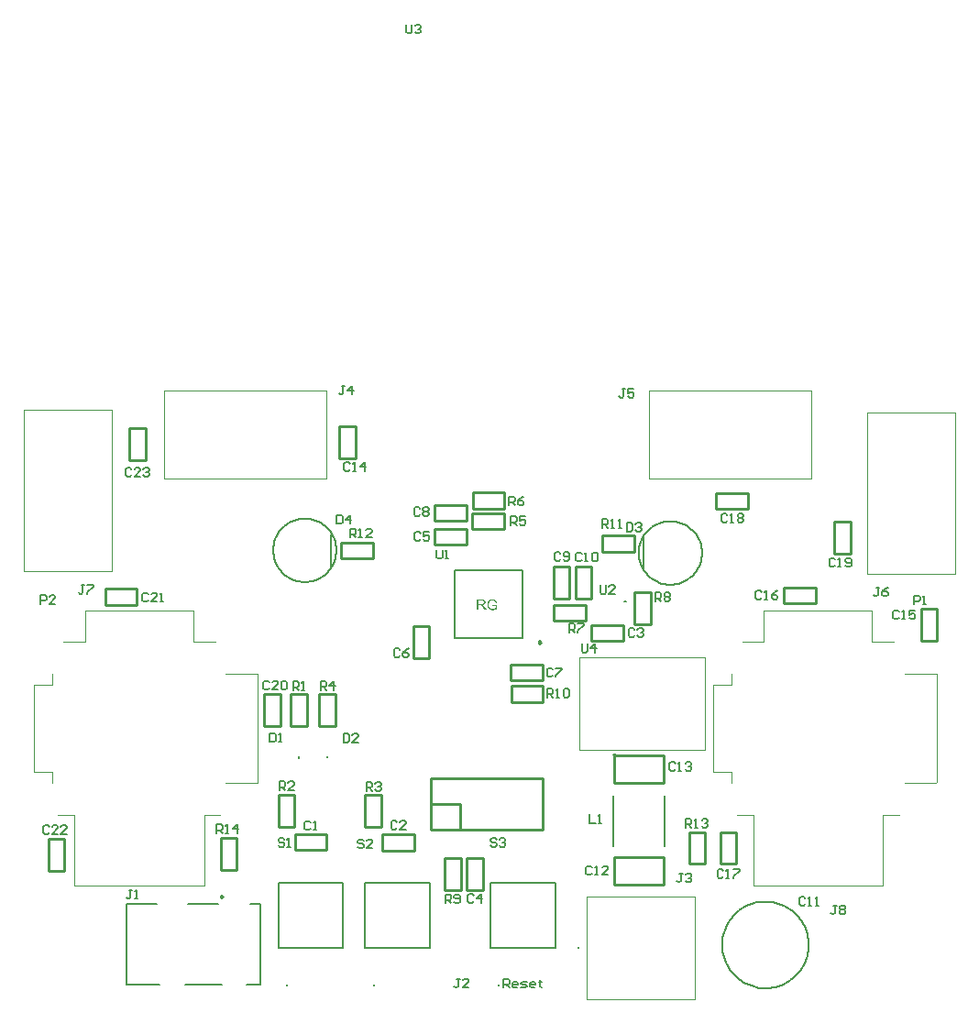
<source format=gto>
G04*
G04 #@! TF.GenerationSoftware,Altium Limited,Altium Designer,24.2.2 (26)*
G04*
G04 Layer_Color=65535*
%FSLAX25Y25*%
%MOIN*%
G70*
G04*
G04 #@! TF.SameCoordinates,AF2FB041-FD52-4B01-B4D8-7A83CE53158D*
G04*
G04*
G04 #@! TF.FilePolarity,Positive*
G04*
G01*
G75*
%ADD10C,0.00984*%
%ADD11C,0.00787*%
%ADD12C,0.00787*%
%ADD13C,0.00945*%
%ADD14C,0.00591*%
%ADD15C,0.01000*%
%ADD16C,0.00394*%
%ADD17C,0.00500*%
G36*
X389057Y295937D02*
X389102D01*
X389207Y295926D01*
X389324Y295910D01*
X389446Y295882D01*
X389579Y295848D01*
X389707Y295804D01*
X389712D01*
X389723Y295799D01*
X389740Y295793D01*
X389762Y295782D01*
X389823Y295749D01*
X389901Y295710D01*
X389984Y295654D01*
X390073Y295588D01*
X390156Y295515D01*
X390234Y295427D01*
X390245Y295416D01*
X390267Y295382D01*
X390301Y295332D01*
X390345Y295260D01*
X390389Y295171D01*
X390439Y295060D01*
X390489Y294938D01*
X390528Y294800D01*
X390068Y294677D01*
Y294683D01*
X390062Y294689D01*
X390056Y294705D01*
X390051Y294727D01*
X390034Y294777D01*
X390012Y294844D01*
X389979Y294922D01*
X389940Y294994D01*
X389901Y295072D01*
X389851Y295138D01*
X389846Y295144D01*
X389829Y295166D01*
X389796Y295194D01*
X389757Y295233D01*
X389707Y295277D01*
X389640Y295321D01*
X389568Y295366D01*
X389485Y295405D01*
X389474Y295410D01*
X389446Y295421D01*
X389396Y295438D01*
X389329Y295460D01*
X389252Y295477D01*
X389163Y295493D01*
X389063Y295504D01*
X388958Y295510D01*
X388896D01*
X388869Y295504D01*
X388836D01*
X388752Y295499D01*
X388658Y295482D01*
X388552Y295466D01*
X388453Y295438D01*
X388353Y295399D01*
X388341Y295393D01*
X388308Y295382D01*
X388264Y295355D01*
X388208Y295327D01*
X388142Y295283D01*
X388070Y295238D01*
X388003Y295182D01*
X387942Y295122D01*
X387936Y295116D01*
X387914Y295094D01*
X387886Y295055D01*
X387853Y295010D01*
X387814Y294955D01*
X387775Y294888D01*
X387737Y294816D01*
X387698Y294739D01*
Y294733D01*
X387692Y294722D01*
X387687Y294705D01*
X387675Y294677D01*
X387664Y294644D01*
X387653Y294605D01*
X387637Y294561D01*
X387626Y294511D01*
X387598Y294394D01*
X387576Y294261D01*
X387559Y294123D01*
X387553Y293967D01*
Y293962D01*
Y293945D01*
Y293917D01*
X387559Y293884D01*
Y293839D01*
X387564Y293784D01*
X387570Y293728D01*
X387576Y293667D01*
X387598Y293529D01*
X387626Y293384D01*
X387670Y293240D01*
X387725Y293101D01*
Y293096D01*
X387737Y293085D01*
X387742Y293068D01*
X387759Y293046D01*
X387798Y292985D01*
X387859Y292907D01*
X387931Y292824D01*
X388020Y292741D01*
X388125Y292663D01*
X388242Y292591D01*
X388247D01*
X388258Y292585D01*
X388275Y292574D01*
X388303Y292563D01*
X388330Y292552D01*
X388369Y292541D01*
X388458Y292508D01*
X388569Y292480D01*
X388691Y292452D01*
X388824Y292430D01*
X388963Y292424D01*
X389019D01*
X389052Y292430D01*
X389085D01*
X389169Y292441D01*
X389268Y292452D01*
X389374Y292474D01*
X389490Y292508D01*
X389607Y292546D01*
X389613D01*
X389624Y292552D01*
X389635Y292557D01*
X389657Y292568D01*
X389718Y292596D01*
X389785Y292630D01*
X389862Y292668D01*
X389946Y292713D01*
X390023Y292763D01*
X390090Y292818D01*
Y293540D01*
X388958D01*
Y293995D01*
X390589D01*
Y292568D01*
X390584Y292563D01*
X390573Y292557D01*
X390550Y292541D01*
X390523Y292519D01*
X390489Y292496D01*
X390451Y292469D01*
X390401Y292435D01*
X390351Y292402D01*
X390234Y292330D01*
X390101Y292252D01*
X389962Y292180D01*
X389812Y292119D01*
X389807D01*
X389796Y292113D01*
X389773Y292108D01*
X389746Y292097D01*
X389707Y292086D01*
X389662Y292069D01*
X389613Y292058D01*
X389563Y292047D01*
X389440Y292019D01*
X389302Y291991D01*
X389152Y291975D01*
X388996Y291969D01*
X388941D01*
X388902Y291975D01*
X388852D01*
X388791Y291980D01*
X388724Y291991D01*
X388652Y291997D01*
X388491Y292030D01*
X388319Y292069D01*
X388142Y292130D01*
X388053Y292163D01*
X387964Y292208D01*
X387959Y292213D01*
X387942Y292219D01*
X387920Y292235D01*
X387886Y292252D01*
X387848Y292280D01*
X387809Y292308D01*
X387703Y292385D01*
X387592Y292485D01*
X387476Y292607D01*
X387365Y292746D01*
X387265Y292907D01*
Y292913D01*
X387254Y292929D01*
X387243Y292951D01*
X387226Y292990D01*
X387209Y293029D01*
X387193Y293085D01*
X387171Y293140D01*
X387148Y293207D01*
X387126Y293279D01*
X387104Y293362D01*
X387087Y293445D01*
X387071Y293534D01*
X387043Y293728D01*
X387032Y293934D01*
Y293939D01*
Y293962D01*
Y293989D01*
X387037Y294028D01*
Y294078D01*
X387043Y294139D01*
X387054Y294200D01*
X387059Y294272D01*
X387076Y294350D01*
X387087Y294433D01*
X387132Y294611D01*
X387187Y294794D01*
X387265Y294977D01*
X387270Y294983D01*
X387276Y294999D01*
X387287Y295022D01*
X387309Y295055D01*
X387331Y295099D01*
X387359Y295144D01*
X387437Y295249D01*
X387531Y295371D01*
X387648Y295488D01*
X387781Y295604D01*
X387859Y295654D01*
X387936Y295704D01*
X387942Y295710D01*
X387959Y295715D01*
X387981Y295726D01*
X388014Y295743D01*
X388058Y295760D01*
X388108Y295782D01*
X388164Y295804D01*
X388230Y295826D01*
X388303Y295848D01*
X388380Y295865D01*
X388464Y295887D01*
X388552Y295904D01*
X388747Y295932D01*
X388847Y295943D01*
X389024D01*
X389057Y295937D01*
D02*
G37*
G36*
X385122Y295871D02*
X385173D01*
X385289Y295865D01*
X385411Y295848D01*
X385544Y295832D01*
X385666Y295804D01*
X385728Y295788D01*
X385777Y295771D01*
X385783D01*
X385788Y295765D01*
X385822Y295749D01*
X385872Y295726D01*
X385933Y295688D01*
X385999Y295638D01*
X386072Y295571D01*
X386138Y295493D01*
X386205Y295405D01*
Y295399D01*
X386210Y295393D01*
X386232Y295360D01*
X386255Y295305D01*
X386288Y295233D01*
X386316Y295149D01*
X386344Y295049D01*
X386360Y294944D01*
X386366Y294827D01*
Y294822D01*
Y294811D01*
Y294789D01*
X386360Y294761D01*
Y294722D01*
X386355Y294683D01*
X386332Y294589D01*
X386299Y294478D01*
X386255Y294361D01*
X386188Y294245D01*
X386144Y294189D01*
X386099Y294134D01*
X386094Y294128D01*
X386088Y294123D01*
X386072Y294106D01*
X386049Y294089D01*
X386022Y294067D01*
X385988Y294045D01*
X385944Y294017D01*
X385899Y293984D01*
X385844Y293956D01*
X385783Y293928D01*
X385716Y293895D01*
X385644Y293867D01*
X385561Y293845D01*
X385478Y293817D01*
X385383Y293801D01*
X385283Y293784D01*
X385295Y293778D01*
X385317Y293767D01*
X385350Y293745D01*
X385395Y293723D01*
X385494Y293662D01*
X385544Y293623D01*
X385589Y293590D01*
X385600Y293579D01*
X385628Y293551D01*
X385672Y293506D01*
X385728Y293451D01*
X385788Y293373D01*
X385861Y293290D01*
X385933Y293190D01*
X386011Y293079D01*
X386671Y292036D01*
X386038D01*
X385533Y292835D01*
Y292841D01*
X385522Y292851D01*
X385511Y292868D01*
X385494Y292890D01*
X385455Y292951D01*
X385406Y293029D01*
X385345Y293112D01*
X385283Y293201D01*
X385222Y293285D01*
X385167Y293362D01*
X385161Y293368D01*
X385145Y293390D01*
X385117Y293423D01*
X385078Y293462D01*
X384995Y293545D01*
X384950Y293584D01*
X384906Y293618D01*
X384900Y293623D01*
X384889Y293629D01*
X384867Y293640D01*
X384834Y293656D01*
X384801Y293673D01*
X384762Y293690D01*
X384673Y293717D01*
X384667D01*
X384656Y293723D01*
X384634D01*
X384606Y293728D01*
X384567Y293734D01*
X384523D01*
X384462Y293740D01*
X383807D01*
Y292036D01*
X383297D01*
Y295876D01*
X385078D01*
X385122Y295871D01*
D02*
G37*
%LPC*%
G36*
X385017Y295449D02*
X383807D01*
Y294178D01*
X384950D01*
X385017Y294184D01*
X385095Y294189D01*
X385184Y294195D01*
X385272Y294206D01*
X385361Y294222D01*
X385439Y294245D01*
X385450Y294250D01*
X385472Y294261D01*
X385506Y294278D01*
X385550Y294300D01*
X385600Y294333D01*
X385650Y294372D01*
X385700Y294422D01*
X385739Y294478D01*
X385744Y294483D01*
X385755Y294506D01*
X385772Y294539D01*
X385794Y294583D01*
X385811Y294633D01*
X385827Y294689D01*
X385839Y294755D01*
X385844Y294822D01*
Y294827D01*
Y294833D01*
X385839Y294866D01*
X385833Y294916D01*
X385822Y294983D01*
X385794Y295049D01*
X385761Y295127D01*
X385711Y295199D01*
X385644Y295271D01*
X385633Y295277D01*
X385605Y295299D01*
X385561Y295327D01*
X385489Y295360D01*
X385406Y295393D01*
X385295Y295421D01*
X385167Y295443D01*
X385017Y295449D01*
D02*
G37*
%LPD*%
D10*
X406598Y280327D02*
X405860Y280753D01*
Y279901D01*
X406598Y280327D01*
D11*
X437453Y295137D02*
X436665D01*
X437453D01*
X328761Y238374D02*
Y238768D01*
Y238374D01*
Y238768D01*
X318484Y238340D02*
Y238734D01*
Y238340D01*
Y238734D01*
X433664Y239380D02*
X432877D01*
X433664D01*
X503937Y170276D02*
X503905Y171274D01*
X503810Y172269D01*
X503652Y173256D01*
X503432Y174231D01*
X503151Y175189D01*
X502809Y176128D01*
X502408Y177044D01*
X501950Y177932D01*
X501437Y178790D01*
X500870Y179613D01*
X500253Y180398D01*
X499586Y181143D01*
X498874Y181844D01*
X498119Y182498D01*
X497324Y183104D01*
X496492Y183657D01*
X495626Y184157D01*
X494731Y184600D01*
X493809Y184987D01*
X492865Y185313D01*
X491902Y185580D01*
X490924Y185784D01*
X489934Y185927D01*
X488938Y186006D01*
X487939Y186022D01*
X486941Y185974D01*
X485948Y185863D01*
X484964Y185690D01*
X483993Y185454D01*
X483038Y185158D01*
X482105Y184801D01*
X481196Y184386D01*
X480315Y183914D01*
X479466Y183387D01*
X478652Y182807D01*
X477876Y182177D01*
X477142Y181499D01*
X476452Y180776D01*
X475810Y180010D01*
X475218Y179206D01*
X474677Y178365D01*
X474192Y177492D01*
X473762Y176590D01*
X473391Y175662D01*
X473079Y174712D01*
X472828Y173745D01*
X472639Y172764D01*
X472512Y171773D01*
X472449Y170775D01*
Y169776D01*
X472512Y168779D01*
X472639Y167787D01*
X472828Y166806D01*
X473079Y165839D01*
X473391Y164889D01*
X473762Y163962D01*
X474192Y163059D01*
X474677Y162186D01*
X475218Y161346D01*
X475810Y160541D01*
X476452Y159775D01*
X477142Y159052D01*
X477876Y158374D01*
X478652Y157744D01*
X479466Y157164D01*
X480315Y156637D01*
X481196Y156165D01*
X482105Y155750D01*
X483038Y155394D01*
X483993Y155097D01*
X484964Y154861D01*
X485948Y154688D01*
X486941Y154577D01*
X487939Y154530D01*
X488938Y154545D01*
X489934Y154625D01*
X490924Y154767D01*
X491902Y154972D01*
X492865Y155238D01*
X493809Y155565D01*
X494731Y155951D01*
X495626Y156394D01*
X496492Y156894D01*
X497324Y157448D01*
X498119Y158053D01*
X498874Y158707D01*
X499586Y159408D01*
X500253Y160153D01*
X500870Y160938D01*
X501437Y161761D01*
X501950Y162619D01*
X502408Y163507D01*
X502809Y164423D01*
X503151Y165362D01*
X503432Y166320D01*
X503652Y167295D01*
X503810Y168282D01*
X503905Y169277D01*
X503937Y170275D01*
X375102Y281705D02*
X399905D01*
X375102D02*
Y306508D01*
X399905D01*
Y281705D02*
Y306508D01*
X342520Y169291D02*
X366142D01*
X342520D02*
Y192913D01*
X366142D01*
Y169291D02*
Y192913D01*
X443977Y307032D02*
Y318538D01*
X330257Y308018D02*
Y319524D01*
X388045Y169291D02*
X411667D01*
X388045D02*
Y192913D01*
X411667D01*
Y169291D02*
Y192913D01*
X311024Y169291D02*
X334646D01*
X311024D02*
Y192913D01*
X334646D01*
Y169291D02*
Y192913D01*
D12*
X345677Y155358D02*
D03*
X420079Y169291D02*
D03*
X391203Y155358D02*
D03*
X314181D02*
D03*
D13*
X290754Y187769D02*
X290046Y188178D01*
Y187360D01*
X290754Y187769D01*
D14*
X465081Y312785D02*
X465037Y313788D01*
X464907Y314783D01*
X464689Y315763D01*
X464387Y316721D01*
X464003Y317648D01*
X463540Y318538D01*
X463000Y319385D01*
X462389Y320181D01*
X461711Y320921D01*
X460971Y321600D01*
X460175Y322211D01*
X459328Y322750D01*
X458438Y323213D01*
X457511Y323597D01*
X456553Y323899D01*
X455573Y324116D01*
X454578Y324248D01*
X453575Y324291D01*
X452572Y324248D01*
X451577Y324116D01*
X450597Y323899D01*
X449640Y323597D01*
X448713Y323213D01*
X447822Y322750D01*
X446976Y322211D01*
X446179Y321600D01*
X445439Y320921D01*
X444761Y320181D01*
X444150Y319385D01*
X443611Y318538D01*
X443148Y317648D01*
X442763Y316721D01*
X442461Y315763D01*
X442244Y314783D01*
X442113Y313788D01*
X442069Y312785D01*
X442113Y311783D01*
X442244Y310787D01*
X442461Y309807D01*
X442763Y308850D01*
X443148Y307923D01*
X443611Y307032D01*
X444150Y306186D01*
X444761Y305390D01*
X445439Y304649D01*
X446179Y303971D01*
X446976Y303360D01*
X447822Y302821D01*
X448713Y302358D01*
X449640Y301973D01*
X450597Y301672D01*
X451577Y301454D01*
X452572Y301323D01*
X453575Y301279D01*
X454578Y301323D01*
X455573Y301454D01*
X456553Y301672D01*
X457511Y301973D01*
X458438Y302358D01*
X459328Y302821D01*
X460175Y303360D01*
X460971Y303971D01*
X461711Y304649D01*
X462389Y305390D01*
X463000Y306186D01*
X463540Y307032D01*
X464003Y307923D01*
X464387Y308850D01*
X464689Y309807D01*
X464907Y310787D01*
X465037Y311783D01*
X465081Y312785D01*
X332165Y313771D02*
X332121Y314774D01*
X331990Y315769D01*
X331773Y316749D01*
X331471Y317706D01*
X331087Y318633D01*
X330623Y319524D01*
X330084Y320370D01*
X329473Y321167D01*
X328795Y321907D01*
X328055Y322585D01*
X327258Y323196D01*
X326412Y323735D01*
X325521Y324199D01*
X324594Y324583D01*
X323637Y324885D01*
X322657Y325102D01*
X321662Y325233D01*
X320659Y325277D01*
X319656Y325233D01*
X318661Y325102D01*
X317681Y324885D01*
X316723Y324583D01*
X315796Y324199D01*
X314906Y323735D01*
X314059Y323196D01*
X313263Y322585D01*
X312523Y321907D01*
X311845Y321167D01*
X311234Y320370D01*
X310694Y319524D01*
X310231Y318633D01*
X309847Y317706D01*
X309545Y316749D01*
X309328Y315769D01*
X309197Y314774D01*
X309153Y313771D01*
X309197Y312768D01*
X309328Y311773D01*
X309545Y310793D01*
X309847Y309836D01*
X310231Y308908D01*
X310694Y308018D01*
X311234Y307171D01*
X311845Y306375D01*
X312523Y305635D01*
X313263Y304957D01*
X314059Y304346D01*
X314906Y303806D01*
X315796Y303343D01*
X316723Y302959D01*
X317681Y302657D01*
X318661Y302440D01*
X319656Y302309D01*
X320659Y302265D01*
X321662Y302309D01*
X322657Y302440D01*
X323637Y302657D01*
X324594Y302959D01*
X325521Y303343D01*
X326412Y303806D01*
X327258Y304346D01*
X328055Y304957D01*
X328795Y305635D01*
X329473Y306375D01*
X330084Y307171D01*
X330623Y308018D01*
X331087Y308908D01*
X331471Y309836D01*
X331773Y310793D01*
X331990Y311773D01*
X332121Y312768D01*
X332165Y313771D01*
D15*
X381613Y321509D02*
Y327309D01*
Y321509D02*
X393213D01*
Y327309D01*
X381613D02*
X393213D01*
X393300Y328990D02*
Y334790D01*
X381700D02*
X393300D01*
X381700Y328990D02*
Y334790D01*
Y328990D02*
X393300D01*
X407273Y258600D02*
Y264400D01*
X395673D02*
X407273D01*
X395673Y258600D02*
Y264400D01*
Y258600D02*
X407273D01*
X371610Y190281D02*
X377411D01*
Y201881D01*
X371610D02*
X377411D01*
X371610Y190281D02*
Y201881D01*
X379658D02*
X385458D01*
X379658Y190281D02*
Y201881D01*
Y190281D02*
X385458D01*
Y201881D01*
X419178Y296220D02*
X424978D01*
Y307820D01*
X419178D02*
X424978D01*
X419178Y296220D02*
Y307820D01*
X411172Y296349D02*
X416972D01*
Y307949D01*
X411172D02*
X416972D01*
X411172Y296349D02*
Y307949D01*
X379439Y324421D02*
Y330221D01*
X367839D02*
X379439D01*
X367839Y324421D02*
Y330221D01*
Y324421D02*
X379439D01*
X379385Y315790D02*
Y321590D01*
X367785D02*
X379385D01*
X367785Y315790D02*
Y321590D01*
Y315790D02*
X379385D01*
X395641Y266502D02*
Y272302D01*
Y266502D02*
X407241D01*
Y272302D01*
X395641D02*
X407241D01*
X360068Y286121D02*
X365868D01*
X360068Y274521D02*
Y286121D01*
Y274521D02*
X365868D01*
Y286121D01*
X377251Y212500D02*
Y221555D01*
X366522D02*
X377251D01*
X366522Y212205D02*
Y230906D01*
Y212205D02*
X407270D01*
Y230906D01*
X366522D02*
X407270D01*
X436560Y280830D02*
Y286630D01*
X424960D02*
X436560D01*
X424960Y280830D02*
Y286630D01*
Y280830D02*
X436560D01*
X440556Y298574D02*
X446356D01*
X440556Y286975D02*
Y298574D01*
Y286975D02*
X446356D01*
Y298574D01*
X411159Y288030D02*
Y293830D01*
Y288030D02*
X422759D01*
Y293830D01*
X411159D02*
X422759D01*
X311130Y224863D02*
X316930D01*
X311130Y213263D02*
Y224863D01*
Y213263D02*
X316930D01*
Y224863D01*
X342626D02*
X348426D01*
X342626Y213263D02*
Y224863D01*
Y213263D02*
X348426D01*
Y224863D01*
X348797Y204630D02*
Y210430D01*
Y204630D02*
X360398D01*
Y210430D01*
X348797D02*
X360398D01*
X317055Y204876D02*
Y210676D01*
Y204876D02*
X328655D01*
Y210676D01*
X317055D02*
X328655D01*
X315584Y261383D02*
X321384D01*
X315584Y249783D02*
Y261383D01*
Y249783D02*
X321384D01*
Y261383D01*
X325912D02*
X331713D01*
X325912Y249783D02*
Y261383D01*
Y249783D02*
X331713D01*
Y261383D01*
X451232Y192175D02*
Y202175D01*
X433232D02*
X451232D01*
X433232Y192175D02*
Y202175D01*
Y192175D02*
X451232D01*
X345512Y310874D02*
Y316674D01*
X333911D02*
X345512D01*
X333911Y310874D02*
Y316674D01*
Y310874D02*
X345512D01*
X433270Y229330D02*
Y239330D01*
Y229330D02*
X451270D01*
Y239330D01*
X433270D02*
X451270D01*
X290012Y197653D02*
X295812D01*
Y209253D01*
X290012D02*
X295812D01*
X290012Y197653D02*
Y209253D01*
X227366Y208903D02*
X233166D01*
X227366Y197302D02*
Y208903D01*
Y197302D02*
X233166D01*
Y208903D01*
X305901Y261383D02*
X311701D01*
X305901Y249783D02*
Y261383D01*
Y249783D02*
X311701D01*
Y261383D01*
X248039Y293950D02*
Y299750D01*
Y293950D02*
X259639D01*
Y299750D01*
X248039D02*
X259639D01*
X544711Y280812D02*
X550511D01*
Y292412D01*
X544711D02*
X550511D01*
X544711Y280812D02*
Y292412D01*
X494758Y294450D02*
Y300250D01*
Y294450D02*
X506358D01*
Y300250D01*
X494758D02*
X506358D01*
X460334Y199744D02*
X466134D01*
Y211344D01*
X460334D02*
X466134D01*
X460334Y199744D02*
Y211344D01*
X471796D02*
X477596D01*
X471796Y199744D02*
Y211344D01*
Y199744D02*
X477596D01*
Y211344D01*
X513280Y312487D02*
X519080D01*
Y324087D01*
X513280D02*
X519080D01*
X513280Y312487D02*
Y324087D01*
X481909Y328873D02*
Y334673D01*
X470309D02*
X481909D01*
X470309Y328873D02*
Y334673D01*
Y328873D02*
X481909D01*
X256943Y358162D02*
X262742D01*
X256943Y346562D02*
Y358162D01*
Y346562D02*
X262742D01*
Y358162D01*
X333320Y358950D02*
X339121D01*
X333320Y347350D02*
Y358950D01*
Y347350D02*
X339121D01*
Y358950D01*
X428846Y313242D02*
Y319042D01*
Y313242D02*
X440446D01*
Y319042D01*
X428846D02*
X440446D01*
D16*
X280118Y280512D02*
X287992D01*
X280118D02*
Y291929D01*
X240748D02*
X280118D01*
X240748Y280512D02*
Y291929D01*
X232874Y280512D02*
X240748D01*
X228937Y229331D02*
Y233268D01*
X222244D02*
X228937D01*
X222244D02*
Y264764D01*
X228937D01*
Y268701D01*
X284055Y217520D02*
X289961D01*
X284055Y191929D02*
Y217520D01*
X236811Y191929D02*
X284055D01*
X236811D02*
Y217520D01*
X230906D02*
X236811D01*
X303500Y229366D02*
Y268736D01*
X291929Y268701D02*
X303346D01*
X291929Y229331D02*
X303346D01*
X420436Y274813D02*
X466105D01*
Y241348D02*
Y274813D01*
X420436Y241348D02*
X466105D01*
X420436D02*
Y274813D01*
X423228Y150591D02*
Y187992D01*
Y150591D02*
X462598D01*
Y187992D01*
X423228D02*
X462598D01*
X526968Y280512D02*
X534842D01*
X526968D02*
Y291929D01*
X487598D02*
X526968D01*
X487598Y280512D02*
Y291929D01*
X479724Y280512D02*
X487598D01*
X475787Y229331D02*
Y233268D01*
X469095D02*
X475787D01*
X469095D02*
Y264764D01*
X475787D01*
Y268701D01*
X530905Y217520D02*
X536811D01*
X530905Y191929D02*
Y217520D01*
X483661Y191929D02*
X530905D01*
X483661D02*
Y217520D01*
X477756D02*
X483661D01*
X550350Y229366D02*
Y268736D01*
X538779Y268701D02*
X550197D01*
X538779Y229331D02*
X550197D01*
X445908Y339764D02*
X504766D01*
X445908D02*
Y371850D01*
X504766D01*
Y339764D02*
Y371850D01*
X525197Y305118D02*
Y363976D01*
X557283D01*
Y305118D02*
Y363976D01*
X525197Y305118D02*
X557283D01*
X250590Y306103D02*
Y364962D01*
X218504Y306103D02*
X250590D01*
X218504D02*
Y364962D01*
X250590D01*
X269468Y339764D02*
X328326D01*
X269468D02*
Y371850D01*
X328326D01*
Y339764D02*
Y371850D01*
D17*
X299534Y155843D02*
X304337D01*
X277290D02*
X290479D01*
X255754D02*
X267841D01*
X304337D02*
Y185197D01*
X255754D02*
X266857D01*
X278077D02*
X289298D01*
X300715D02*
X304337D01*
X255754Y155843D02*
Y185197D01*
X451391Y206024D02*
Y224549D01*
X432961Y206071D02*
Y224549D01*
X392920Y154706D02*
Y157905D01*
X394520D01*
X395053Y157372D01*
Y156306D01*
X394520Y155773D01*
X392920D01*
X393987D02*
X395053Y154706D01*
X397719D02*
X396653D01*
X396119Y155239D01*
Y156306D01*
X396653Y156839D01*
X397719D01*
X398252Y156306D01*
Y155773D01*
X396119D01*
X399318Y154706D02*
X400918D01*
X401451Y155239D01*
X400918Y155773D01*
X399851D01*
X399318Y156306D01*
X399851Y156839D01*
X401451D01*
X404117Y154706D02*
X403051D01*
X402517Y155239D01*
Y156306D01*
X403051Y156839D01*
X404117D01*
X404650Y156306D01*
Y155773D01*
X402517D01*
X406249Y157372D02*
Y156839D01*
X405716D01*
X406783D01*
X406249D01*
Y155239D01*
X406783Y154706D01*
X514034Y184671D02*
X512967D01*
X513500D01*
Y182004D01*
X512967Y181471D01*
X512434D01*
X511901Y182004D01*
X515100Y184137D02*
X515633Y184671D01*
X516700D01*
X517233Y184137D01*
Y183604D01*
X516700Y183071D01*
X517233Y182538D01*
Y182004D01*
X516700Y181471D01*
X515633D01*
X515100Y182004D01*
Y182538D01*
X515633Y183071D01*
X515100Y183604D01*
Y184137D01*
X515633Y183071D02*
X516700D01*
X334668Y247213D02*
Y244014D01*
X336268D01*
X336801Y244547D01*
Y246680D01*
X336268Y247213D01*
X334668D01*
X340000Y244014D02*
X337867D01*
X340000Y246147D01*
Y246680D01*
X339467Y247213D01*
X338401D01*
X337867Y246680D01*
X307927Y247310D02*
Y244111D01*
X309526D01*
X310059Y244644D01*
Y246777D01*
X309526Y247310D01*
X307927D01*
X311125Y244111D02*
X312192D01*
X311659D01*
Y247310D01*
X311125Y246777D01*
X421344Y279700D02*
Y277034D01*
X421877Y276501D01*
X422943D01*
X423476Y277034D01*
Y279700D01*
X426142Y276501D02*
Y279700D01*
X424543Y278100D01*
X426675D01*
X357500Y504899D02*
Y502233D01*
X358033Y501700D01*
X359100D01*
X359633Y502233D01*
Y504899D01*
X360699Y504366D02*
X361232Y504899D01*
X362298D01*
X362832Y504366D01*
Y503833D01*
X362298Y503300D01*
X361765D01*
X362298D01*
X362832Y502766D01*
Y502233D01*
X362298Y501700D01*
X361232D01*
X360699Y502233D01*
X428077Y301100D02*
Y298434D01*
X428610Y297901D01*
X429677D01*
X430210Y298434D01*
Y301100D01*
X433409Y297901D02*
X431276D01*
X433409Y300033D01*
Y300567D01*
X432876Y301100D01*
X431809D01*
X431276Y300567D01*
X368590Y313921D02*
Y311255D01*
X369123Y310722D01*
X370189D01*
X370722Y311255D01*
Y313921D01*
X371789Y310722D02*
X372855D01*
X372322D01*
Y313921D01*
X371789Y313388D01*
X390333Y208666D02*
X389799Y209199D01*
X388733D01*
X388200Y208666D01*
Y208133D01*
X388733Y207599D01*
X389799D01*
X390333Y207066D01*
Y206533D01*
X389799Y206000D01*
X388733D01*
X388200Y206533D01*
X391399Y208666D02*
X391932Y209199D01*
X392999D01*
X393532Y208666D01*
Y208133D01*
X392999Y207599D01*
X392465D01*
X392999D01*
X393532Y207066D01*
Y206533D01*
X392999Y206000D01*
X391932D01*
X391399Y206533D01*
X342035Y208138D02*
X341502Y208671D01*
X340435D01*
X339902Y208138D01*
Y207605D01*
X340435Y207072D01*
X341502D01*
X342035Y206539D01*
Y206005D01*
X341502Y205472D01*
X340435D01*
X339902Y206005D01*
X345234Y205472D02*
X343101D01*
X345234Y207605D01*
Y208138D01*
X344701Y208671D01*
X343634D01*
X343101Y208138D01*
X313233Y208666D02*
X312700Y209199D01*
X311633D01*
X311100Y208666D01*
Y208133D01*
X311633Y207599D01*
X312700D01*
X313233Y207066D01*
Y206533D01*
X312700Y206000D01*
X311633D01*
X311100Y206533D01*
X314299Y206000D02*
X315365D01*
X314832D01*
Y209199D01*
X314299Y208666D01*
X288595Y210953D02*
Y214152D01*
X290194D01*
X290728Y213619D01*
Y212553D01*
X290194Y212020D01*
X288595D01*
X289661D02*
X290728Y210953D01*
X291794D02*
X292860D01*
X292327D01*
Y214152D01*
X291794Y213619D01*
X296059Y210953D02*
Y214152D01*
X294460Y212553D01*
X296592D01*
X459153Y212979D02*
Y216178D01*
X460752D01*
X461286Y215644D01*
Y214578D01*
X460752Y214045D01*
X459153D01*
X460219D02*
X461286Y212979D01*
X462352D02*
X463418D01*
X462885D01*
Y216178D01*
X462352Y215644D01*
X465018D02*
X465551Y216178D01*
X466617D01*
X467150Y215644D01*
Y215111D01*
X466617Y214578D01*
X466084D01*
X466617D01*
X467150Y214045D01*
Y213512D01*
X466617Y212979D01*
X465551D01*
X465018Y213512D01*
X337116Y318390D02*
Y321589D01*
X338716D01*
X339249Y321056D01*
Y319990D01*
X338716Y319457D01*
X337116D01*
X338183D02*
X339249Y318390D01*
X340315D02*
X341382D01*
X340848D01*
Y321589D01*
X340315Y321056D01*
X345114Y318390D02*
X342981D01*
X345114Y320523D01*
Y321056D01*
X344581Y321589D01*
X343514D01*
X342981Y321056D01*
X428800Y322000D02*
Y325199D01*
X430400D01*
X430933Y324666D01*
Y323600D01*
X430400Y323066D01*
X428800D01*
X429866D02*
X430933Y322000D01*
X431999D02*
X433065D01*
X432532D01*
Y325199D01*
X431999Y324666D01*
X434665Y322000D02*
X435731D01*
X435198D01*
Y325199D01*
X434665Y324666D01*
X408844Y260318D02*
Y263517D01*
X410443D01*
X410976Y262984D01*
Y261918D01*
X410443Y261385D01*
X408844D01*
X409910D02*
X410976Y260318D01*
X412043D02*
X413109D01*
X412576D01*
Y263517D01*
X412043Y262984D01*
X414708D02*
X415242Y263517D01*
X416308D01*
X416841Y262984D01*
Y260852D01*
X416308Y260318D01*
X415242D01*
X414708Y260852D01*
Y262984D01*
X371758Y185440D02*
Y188639D01*
X373358D01*
X373891Y188106D01*
Y187039D01*
X373358Y186506D01*
X371758D01*
X372825D02*
X373891Y185440D01*
X374957Y185973D02*
X375490Y185440D01*
X376557D01*
X377090Y185973D01*
Y188106D01*
X376557Y188639D01*
X375490D01*
X374957Y188106D01*
Y187573D01*
X375490Y187039D01*
X377090D01*
X448140Y295200D02*
Y298399D01*
X449739D01*
X450273Y297866D01*
Y296800D01*
X449739Y296267D01*
X448140D01*
X449206D02*
X450273Y295200D01*
X451339Y297866D02*
X451872Y298399D01*
X452938D01*
X453472Y297866D01*
Y297333D01*
X452938Y296800D01*
X453472Y296267D01*
Y295734D01*
X452938Y295200D01*
X451872D01*
X451339Y295734D01*
Y296267D01*
X451872Y296800D01*
X451339Y297333D01*
Y297866D01*
X451872Y296800D02*
X452938D01*
X416792Y283836D02*
Y287035D01*
X418392D01*
X418925Y286502D01*
Y285436D01*
X418392Y284902D01*
X416792D01*
X417859D02*
X418925Y283836D01*
X419991Y287035D02*
X422124D01*
Y286502D01*
X419991Y284369D01*
Y283836D01*
X394985Y330153D02*
Y333352D01*
X396584D01*
X397118Y332818D01*
Y331752D01*
X396584Y331219D01*
X394985D01*
X396051D02*
X397118Y330153D01*
X400317Y333352D02*
X399250Y332818D01*
X398184Y331752D01*
Y330686D01*
X398717Y330153D01*
X399783D01*
X400317Y330686D01*
Y331219D01*
X399783Y331752D01*
X398184D01*
X395551Y322878D02*
Y326077D01*
X397151D01*
X397684Y325544D01*
Y324478D01*
X397151Y323945D01*
X395551D01*
X396618D02*
X397684Y322878D01*
X400883Y326077D02*
X398750D01*
Y324478D01*
X399817Y325011D01*
X400350D01*
X400883Y324478D01*
Y323411D01*
X400350Y322878D01*
X399284D01*
X398750Y323411D01*
X326399Y263011D02*
Y266210D01*
X327999D01*
X328532Y265676D01*
Y264610D01*
X327999Y264077D01*
X326399D01*
X327466D02*
X328532Y263011D01*
X331198D02*
Y266210D01*
X329598Y264610D01*
X331731D01*
X343004Y226353D02*
Y229552D01*
X344603D01*
X345136Y229019D01*
Y227953D01*
X344603Y227420D01*
X343004D01*
X344070D02*
X345136Y226353D01*
X346202Y229019D02*
X346736Y229552D01*
X347802D01*
X348335Y229019D01*
Y228486D01*
X347802Y227953D01*
X347269D01*
X347802D01*
X348335Y227420D01*
Y226886D01*
X347802Y226353D01*
X346736D01*
X346202Y226886D01*
X311434Y226501D02*
Y229700D01*
X313033D01*
X313566Y229167D01*
Y228100D01*
X313033Y227567D01*
X311434D01*
X312500D02*
X313566Y226501D01*
X316765D02*
X314633D01*
X316765Y228633D01*
Y229167D01*
X316232Y229700D01*
X315166D01*
X314633Y229167D01*
X316352Y262937D02*
Y266136D01*
X317951D01*
X318484Y265602D01*
Y264536D01*
X317951Y264003D01*
X316352D01*
X317418D02*
X318484Y262937D01*
X319551D02*
X320617D01*
X320084D01*
Y266136D01*
X319551Y265602D01*
X224603Y294355D02*
Y297554D01*
X226203D01*
X226736Y297021D01*
Y295955D01*
X226203Y295422D01*
X224603D01*
X229935Y294355D02*
X227802D01*
X229935Y296488D01*
Y297021D01*
X229402Y297554D01*
X228335D01*
X227802Y297021D01*
X542255Y294146D02*
Y297345D01*
X543855D01*
X544388Y296812D01*
Y295746D01*
X543855Y295213D01*
X542255D01*
X545454Y294146D02*
X546521D01*
X545988D01*
Y297345D01*
X545454Y296812D01*
X424257Y217842D02*
Y214643D01*
X426390D01*
X427456D02*
X428522D01*
X427989D01*
Y217842D01*
X427456Y217309D01*
X240475Y301081D02*
X239409D01*
X239942D01*
Y298415D01*
X239409Y297882D01*
X238876D01*
X238342Y298415D01*
X241542Y301081D02*
X243674D01*
Y300547D01*
X241542Y298415D01*
Y297882D01*
X529538Y300331D02*
X528471D01*
X529004D01*
Y297666D01*
X528471Y297132D01*
X527938D01*
X527405Y297666D01*
X532736Y300331D02*
X531670Y299798D01*
X530604Y298732D01*
Y297666D01*
X531137Y297132D01*
X532203D01*
X532736Y297666D01*
Y298199D01*
X532203Y298732D01*
X530604D01*
X437074Y372382D02*
X436007D01*
X436540D01*
Y369716D01*
X436007Y369183D01*
X435474D01*
X434941Y369716D01*
X440273Y372382D02*
X438140D01*
Y370782D01*
X439206Y371315D01*
X439739D01*
X440273Y370782D01*
Y369716D01*
X439739Y369183D01*
X438673D01*
X438140Y369716D01*
X335140Y373573D02*
X334074D01*
X334607D01*
Y370908D01*
X334074Y370374D01*
X333541D01*
X333008Y370908D01*
X337806Y370374D02*
Y373573D01*
X336207Y371974D01*
X338339D01*
X458048Y196282D02*
X456982D01*
X457515D01*
Y193616D01*
X456982Y193083D01*
X456449D01*
X455915Y193616D01*
X459115Y195749D02*
X459648Y196282D01*
X460714D01*
X461247Y195749D01*
Y195216D01*
X460714Y194683D01*
X460181D01*
X460714D01*
X461247Y194149D01*
Y193616D01*
X460714Y193083D01*
X459648D01*
X459115Y193616D01*
X377026Y157899D02*
X375960D01*
X376493D01*
Y155233D01*
X375960Y154700D01*
X375426D01*
X374893Y155233D01*
X380225Y154700D02*
X378092D01*
X380225Y156832D01*
Y157366D01*
X379692Y157899D01*
X378625D01*
X378092Y157366D01*
X257796Y190251D02*
X256730D01*
X257263D01*
Y187585D01*
X256730Y187052D01*
X256196D01*
X255663Y187585D01*
X258862Y187052D02*
X259928D01*
X259395D01*
Y190251D01*
X258862Y189718D01*
X257617Y343352D02*
X257084Y343885D01*
X256018D01*
X255485Y343352D01*
Y341220D01*
X256018Y340686D01*
X257084D01*
X257617Y341220D01*
X260816Y340686D02*
X258683D01*
X260816Y342819D01*
Y343352D01*
X260283Y343885D01*
X259217D01*
X258683Y343352D01*
X261882D02*
X262416Y343885D01*
X263482D01*
X264015Y343352D01*
Y342819D01*
X263482Y342286D01*
X262949D01*
X263482D01*
X264015Y341753D01*
Y341220D01*
X263482Y340686D01*
X262416D01*
X261882Y341220D01*
X227706Y213249D02*
X227172Y213783D01*
X226106D01*
X225573Y213249D01*
Y211117D01*
X226106Y210583D01*
X227172D01*
X227706Y211117D01*
X230905Y210583D02*
X228772D01*
X230905Y212716D01*
Y213249D01*
X230371Y213783D01*
X229305D01*
X228772Y213249D01*
X234104Y210583D02*
X231971D01*
X234104Y212716D01*
Y213249D01*
X233570Y213783D01*
X232504D01*
X231971Y213249D01*
X263767Y297742D02*
X263234Y298275D01*
X262168D01*
X261634Y297742D01*
Y295610D01*
X262168Y295076D01*
X263234D01*
X263767Y295610D01*
X266966Y295076D02*
X264833D01*
X266966Y297209D01*
Y297742D01*
X266433Y298275D01*
X265367D01*
X264833Y297742D01*
X268032Y295076D02*
X269099D01*
X268566D01*
Y298275D01*
X268032Y297742D01*
X307738Y265752D02*
X307205Y266285D01*
X306139D01*
X305606Y265752D01*
Y263619D01*
X306139Y263086D01*
X307205D01*
X307738Y263619D01*
X310937Y263086D02*
X308805D01*
X310937Y265219D01*
Y265752D01*
X310404Y266285D01*
X309338D01*
X308805Y265752D01*
X312004D02*
X312537Y266285D01*
X313603D01*
X314136Y265752D01*
Y263619D01*
X313603Y263086D01*
X312537D01*
X312004Y263619D01*
Y265752D01*
X513494Y310383D02*
X512961Y310916D01*
X511895D01*
X511362Y310383D01*
Y308250D01*
X511895Y307717D01*
X512961D01*
X513494Y308250D01*
X514561Y307717D02*
X515627D01*
X515094D01*
Y310916D01*
X514561Y310383D01*
X517226Y308250D02*
X517760Y307717D01*
X518826D01*
X519359Y308250D01*
Y310383D01*
X518826Y310916D01*
X517760D01*
X517226Y310383D01*
Y309850D01*
X517760Y309316D01*
X519359D01*
X474308Y326614D02*
X473775Y327147D01*
X472708D01*
X472175Y326614D01*
Y324481D01*
X472708Y323948D01*
X473775D01*
X474308Y324481D01*
X475374Y323948D02*
X476440D01*
X475907D01*
Y327147D01*
X475374Y326614D01*
X478040D02*
X478573Y327147D01*
X479639D01*
X480173Y326614D01*
Y326081D01*
X479639Y325548D01*
X480173Y325015D01*
Y324481D01*
X479639Y323948D01*
X478573D01*
X478040Y324481D01*
Y325015D01*
X478573Y325548D01*
X478040Y326081D01*
Y326614D01*
X478573Y325548D02*
X479639D01*
X472817Y197293D02*
X472284Y197827D01*
X471218D01*
X470685Y197293D01*
Y195161D01*
X471218Y194628D01*
X472284D01*
X472817Y195161D01*
X473884Y194628D02*
X474950D01*
X474417D01*
Y197827D01*
X473884Y197293D01*
X476549Y197827D02*
X478682D01*
Y197293D01*
X476549Y195161D01*
Y194628D01*
X486737Y298577D02*
X486204Y299110D01*
X485138D01*
X484605Y298577D01*
Y296444D01*
X485138Y295911D01*
X486204D01*
X486737Y296444D01*
X487804Y295911D02*
X488870D01*
X488337D01*
Y299110D01*
X487804Y298577D01*
X492602Y299110D02*
X491536Y298577D01*
X490469Y297510D01*
Y296444D01*
X491003Y295911D01*
X492069D01*
X492602Y296444D01*
Y296977D01*
X492069Y297510D01*
X490469D01*
X536756Y291359D02*
X536222Y291893D01*
X535156D01*
X534623Y291359D01*
Y289227D01*
X535156Y288694D01*
X536222D01*
X536756Y289227D01*
X537822Y288694D02*
X538888D01*
X538355D01*
Y291893D01*
X537822Y291359D01*
X542620Y291893D02*
X540488D01*
Y290293D01*
X541554Y290826D01*
X542087D01*
X542620Y290293D01*
Y289227D01*
X542087Y288694D01*
X541021D01*
X540488Y289227D01*
X337110Y345161D02*
X336577Y345694D01*
X335511D01*
X334978Y345161D01*
Y343028D01*
X335511Y342495D01*
X336577D01*
X337110Y343028D01*
X338177Y342495D02*
X339243D01*
X338710D01*
Y345694D01*
X338177Y345161D01*
X342442Y342495D02*
Y345694D01*
X340843Y344094D01*
X342975D01*
X455353Y236346D02*
X454820Y236879D01*
X453753D01*
X453220Y236346D01*
Y234213D01*
X453753Y233680D01*
X454820D01*
X455353Y234213D01*
X456419Y233680D02*
X457485D01*
X456952D01*
Y236879D01*
X456419Y236346D01*
X459085D02*
X459618Y236879D01*
X460684D01*
X461217Y236346D01*
Y235813D01*
X460684Y235280D01*
X460151D01*
X460684D01*
X461217Y234747D01*
Y234213D01*
X460684Y233680D01*
X459618D01*
X459085Y234213D01*
X425124Y198486D02*
X424591Y199019D01*
X423525D01*
X422991Y198486D01*
Y196353D01*
X423525Y195820D01*
X424591D01*
X425124Y196353D01*
X426190Y195820D02*
X427257D01*
X426723D01*
Y199019D01*
X426190Y198486D01*
X430989Y195820D02*
X428856D01*
X430989Y197952D01*
Y198486D01*
X430456Y199019D01*
X429389D01*
X428856Y198486D01*
X502604Y187287D02*
X502071Y187820D01*
X501005D01*
X500471Y187287D01*
Y185154D01*
X501005Y184621D01*
X502071D01*
X502604Y185154D01*
X503670Y184621D02*
X504737D01*
X504204D01*
Y187820D01*
X503670Y187287D01*
X506336Y184621D02*
X507403D01*
X506869D01*
Y187820D01*
X506336Y187287D01*
X421364Y312396D02*
X420831Y312930D01*
X419764D01*
X419231Y312396D01*
Y310264D01*
X419764Y309731D01*
X420831D01*
X421364Y310264D01*
X422430Y309731D02*
X423496D01*
X422963D01*
Y312930D01*
X422430Y312396D01*
X425096D02*
X425629Y312930D01*
X426695D01*
X427229Y312396D01*
Y310264D01*
X426695Y309731D01*
X425629D01*
X425096Y310264D01*
Y312396D01*
X413648Y312523D02*
X413115Y313057D01*
X412049D01*
X411515Y312523D01*
Y310391D01*
X412049Y309858D01*
X413115D01*
X413648Y310391D01*
X414714D02*
X415247Y309858D01*
X416314D01*
X416847Y310391D01*
Y312523D01*
X416314Y313057D01*
X415247D01*
X414714Y312523D01*
Y311990D01*
X415247Y311457D01*
X416847D01*
X362576Y328899D02*
X362042Y329432D01*
X360976D01*
X360443Y328899D01*
Y326766D01*
X360976Y326233D01*
X362042D01*
X362576Y326766D01*
X363642Y328899D02*
X364175Y329432D01*
X365242D01*
X365775Y328899D01*
Y328365D01*
X365242Y327832D01*
X365775Y327299D01*
Y326766D01*
X365242Y326233D01*
X364175D01*
X363642Y326766D01*
Y327299D01*
X364175Y327832D01*
X363642Y328365D01*
Y328899D01*
X364175Y327832D02*
X365242D01*
X410838Y270444D02*
X410305Y270977D01*
X409239D01*
X408706Y270444D01*
Y268312D01*
X409239Y267778D01*
X410305D01*
X410838Y268312D01*
X411905Y270977D02*
X414037D01*
Y270444D01*
X411905Y268312D01*
Y267778D01*
X355235Y277572D02*
X354702Y278105D01*
X353635D01*
X353102Y277572D01*
Y275439D01*
X353635Y274906D01*
X354702D01*
X355235Y275439D01*
X358434Y278105D02*
X357367Y277572D01*
X356301Y276505D01*
Y275439D01*
X356834Y274906D01*
X357901D01*
X358434Y275439D01*
Y275972D01*
X357901Y276505D01*
X356301D01*
X362718Y319844D02*
X362184Y320377D01*
X361118D01*
X360585Y319844D01*
Y317712D01*
X361118Y317179D01*
X362184D01*
X362718Y317712D01*
X365916Y320377D02*
X363784D01*
Y318778D01*
X364850Y319311D01*
X365383D01*
X365916Y318778D01*
Y317712D01*
X365383Y317179D01*
X364317D01*
X363784Y317712D01*
X382006Y188303D02*
X381473Y188836D01*
X380407D01*
X379874Y188303D01*
Y186170D01*
X380407Y185637D01*
X381473D01*
X382006Y186170D01*
X384672Y185637D02*
Y188836D01*
X383073Y187236D01*
X385205D01*
X440587Y285006D02*
X440054Y285540D01*
X438988D01*
X438455Y285006D01*
Y282874D01*
X438988Y282341D01*
X440054D01*
X440587Y282874D01*
X441654Y285006D02*
X442187Y285540D01*
X443253D01*
X443786Y285006D01*
Y284473D01*
X443253Y283940D01*
X442720D01*
X443253D01*
X443786Y283407D01*
Y282874D01*
X443253Y282341D01*
X442187D01*
X441654Y282874D01*
X354179Y214897D02*
X353646Y215431D01*
X352579D01*
X352046Y214897D01*
Y212765D01*
X352579Y212232D01*
X353646D01*
X354179Y212765D01*
X357378Y212232D02*
X355245D01*
X357378Y214364D01*
Y214897D01*
X356845Y215431D01*
X355778D01*
X355245Y214897D01*
X322784Y214818D02*
X322251Y215351D01*
X321185D01*
X320652Y214818D01*
Y212685D01*
X321185Y212152D01*
X322251D01*
X322784Y212685D01*
X323850Y212152D02*
X324917D01*
X324384D01*
Y215351D01*
X323850Y214818D01*
X437705Y323783D02*
Y320584D01*
X439304D01*
X439838Y321117D01*
Y323250D01*
X439304Y323783D01*
X437705D01*
X440904Y323250D02*
X441437Y323783D01*
X442503D01*
X443037Y323250D01*
Y322717D01*
X442503Y322184D01*
X441970D01*
X442503D01*
X443037Y321651D01*
Y321117D01*
X442503Y320584D01*
X441437D01*
X440904Y321117D01*
X332234Y326602D02*
Y323403D01*
X333833D01*
X334366Y323936D01*
Y326069D01*
X333833Y326602D01*
X332234D01*
X337032Y323403D02*
Y326602D01*
X335433Y325003D01*
X337565D01*
M02*

</source>
